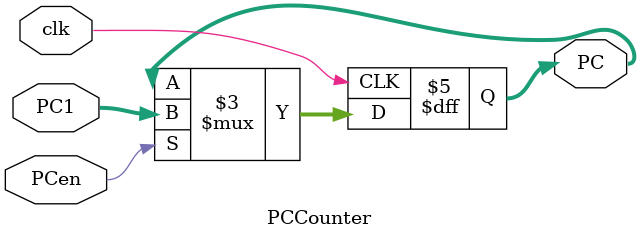
<source format=v>
module PCCounter #(parameter Width = 32) (
    input clk,
    input PCen,
    input [Width-1:0] PC1,
    output reg [Width-1:0] PC
);

always @(posedge clk) begin
    if (PCen)
        PC <= PC1;
    else
        PC <= PC;
end

endmodule

</source>
